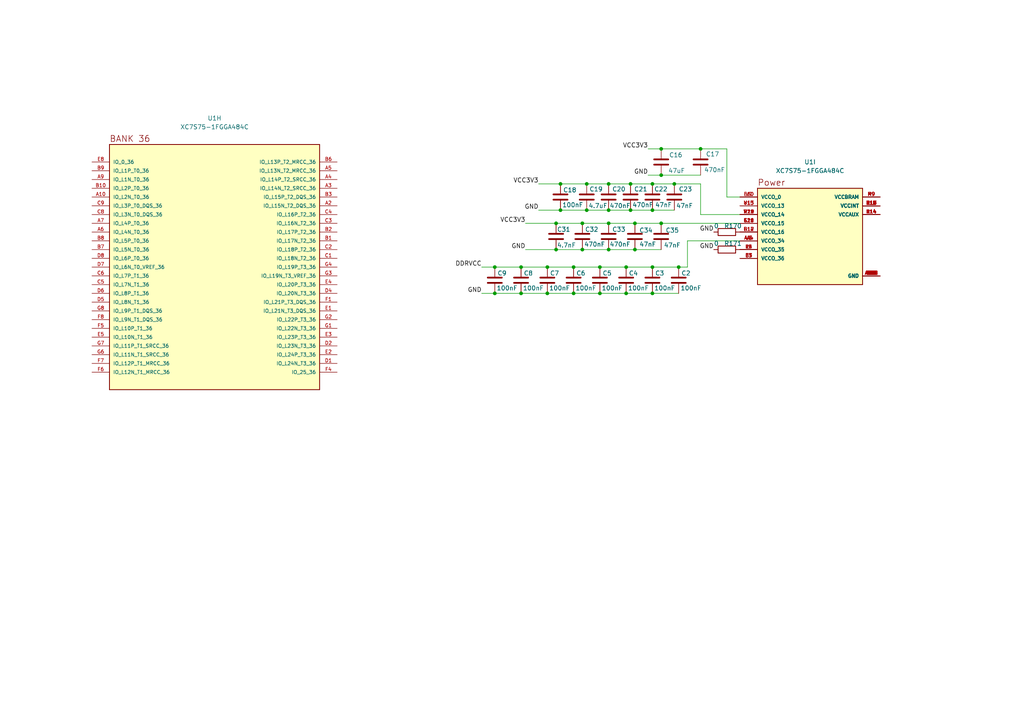
<source format=kicad_sch>
(kicad_sch (version 20231120) (generator "eeschema") (generator_version "8.0")
  (paper "A4")
  (title_block (title "ZYMA_ADC_FPGA") (date "2024-06-28") (rev "V01") (company "SHAKRA INNOVATIONS PVT LIMITED"))
  (junction (at 182.88 60.96))
  (junction (at 151.13 77.47))
  (junction (at 176.53 60.96))
  (junction (at 168.91 64.77))
  (junction (at 162.56 60.96))
  (junction (at 181.61 85.09))
  (junction (at 166.37 85.09))
  (junction (at 184.15 72.39))
  (junction (at 143.51 77.47))
  (junction (at 170.18 60.96))
  (junction (at 173.99 85.09))
  (junction (at 195.58 53.34))
  (junction (at 176.53 72.39))
  (junction (at 184.15 64.77))
  (junction (at 158.75 77.47))
  (junction (at 170.18 53.34))
  (junction (at 181.61 77.47))
  (junction (at 191.77 43.18))
  (junction (at 161.29 64.77))
  (junction (at 173.99 77.47))
  (junction (at 189.23 53.34))
  (junction (at 191.77 50.8))
  (junction (at 162.56 53.34))
  (junction (at 176.53 53.34))
  (junction (at 189.23 77.47))
  (junction (at 182.88 53.34))
  (junction (at 161.29 72.39))
  (junction (at 151.13 85.09))
  (junction (at 158.75 85.09))
  (junction (at 143.51 85.09))
  (junction (at 166.37 77.47))
  (junction (at 176.53 64.77))
  (junction (at 189.23 85.09))
  (junction (at 196.85 77.47))
  (junction (at 191.77 64.77))
  (junction (at 203.2 43.18))
  (junction (at 168.91 72.39))
  (junction (at 189.23 60.96))
  (wire (pts (xy 156.21 53.34) (xy 162.56 53.34)))
  (wire (pts (xy 158.75 85.09) (xy 166.37 85.09)))
  (wire (pts (xy 173.99 77.47) (xy 181.61 77.47)))
  (wire (pts (xy 203.2 53.34) (xy 203.2 62.23)))
  (wire (pts (xy 203.2 43.18) (xy 210.82 43.18)))
  (wire (pts (xy 176.53 53.34) (xy 182.88 53.34)))
  (wire (pts (xy 184.15 72.39) (xy 176.53 72.39)))
  (wire (pts (xy 170.18 53.34) (xy 176.53 53.34)))
  (wire (pts (xy 189.23 53.34) (xy 195.58 53.34)))
  (wire (pts (xy 143.51 85.09) (xy 151.13 85.09)))
  (wire (pts (xy 151.13 77.47) (xy 158.75 77.47)))
  (wire (pts (xy 189.23 85.09) (xy 196.85 85.09)))
  (wire (pts (xy 139.7 85.09) (xy 143.51 85.09)))
  (wire (pts (xy 152.4 64.77) (xy 161.29 64.77)))
  (wire (pts (xy 168.91 72.39) (xy 161.29 72.39)))
  (wire (pts (xy 151.13 85.09) (xy 158.75 85.09)))
  (wire (pts (xy 199.39 69.85) (xy 199.39 77.47)))
  (wire (pts (xy 161.29 72.39) (xy 152.4 72.39)))
  (wire (pts (xy 162.56 60.96) (xy 170.18 60.96)))
  (wire (pts (xy 196.85 77.47) (xy 199.39 77.47)))
  (wire (pts (xy 187.96 50.8) (xy 191.77 50.8)))
  (wire (pts (xy 173.99 85.09) (xy 181.61 85.09)))
  (wire (pts (xy 182.88 60.96) (xy 189.23 60.96)))
  (wire (pts (xy 214.63 57.15) (xy 210.82 57.15)))
  (wire (pts (xy 214.63 69.85) (xy 199.39 69.85)))
  (wire (pts (xy 181.61 85.09) (xy 189.23 85.09)))
  (wire (pts (xy 156.21 60.96) (xy 162.56 60.96)))
  (wire (pts (xy 189.23 60.96) (xy 195.58 60.96)))
  (wire (pts (xy 203.2 62.23) (xy 214.63 62.23)))
  (wire (pts (xy 182.88 53.34) (xy 189.23 53.34)))
  (wire (pts (xy 184.15 64.77) (xy 191.77 64.77)))
  (wire (pts (xy 176.53 60.96) (xy 182.88 60.96)))
  (wire (pts (xy 139.7 77.47) (xy 143.51 77.47)))
  (wire (pts (xy 161.29 64.77) (xy 168.91 64.77)))
  (wire (pts (xy 162.56 53.34) (xy 170.18 53.34)))
  (wire (pts (xy 195.58 53.34) (xy 203.2 53.34)))
  (wire (pts (xy 176.53 64.77) (xy 184.15 64.77)))
  (wire (pts (xy 191.77 50.8) (xy 203.2 50.8)))
  (wire (pts (xy 181.61 77.47) (xy 189.23 77.47)))
  (wire (pts (xy 143.51 77.47) (xy 151.13 77.47)))
  (wire (pts (xy 158.75 77.47) (xy 166.37 77.47)))
  (wire (pts (xy 170.18 60.96) (xy 176.53 60.96)))
  (wire (pts (xy 176.53 72.39) (xy 168.91 72.39)))
  (wire (pts (xy 191.77 64.77) (xy 214.63 64.77)))
  (wire (pts (xy 191.77 43.18) (xy 203.2 43.18)))
  (wire (pts (xy 189.23 77.47) (xy 196.85 77.47)))
  (wire (pts (xy 191.77 72.39) (xy 184.15 72.39)))
  (wire (pts (xy 166.37 85.09) (xy 173.99 85.09)))
  (wire (pts (xy 166.37 77.47) (xy 173.99 77.47)))
  (wire (pts (xy 210.82 43.18) (xy 210.82 57.15)))
  (wire (pts (xy 168.91 64.77) (xy 176.53 64.77)))
  (wire (pts (xy 187.96 43.18) (xy 191.77 43.18)))
  (label "GND" (at 187.96 50.8 180))
  (label "GND" (at 139.7 85.09 180))
  (label "VCC3V3" (at 187.96 43.18 180))
  (label "GND" (at 207.01 67.31 180))
  (label "DDRVCC" (at 139.7 77.47 180))
  (label "VCC3V3" (at 156.21 53.34 180))
  (label "GND" (at 156.21 60.96 180))
  (label "VCC3V3" (at 152.4 64.77 180))
  (label "GND" (at 207.01 72.39 180))
  (label "GND" (at 152.4 72.39 180))
  (symbol (lib_id "Device:C") (at 196.85 81.28 0) (unit 1)
    (property "Reference" "C2" (at 197.612 79.248 0) (effects (justify left)))
    (property "Value" "100nF" (at 197.358 83.566 0) (effects (justify left)))
    (property "Description" "Unpolarized capacitor" (effects (hide yes)))
  )
  (symbol (lib_id "Device:C") (at 161.29 68.58 0) (unit 1)
    (property "Reference" "C31" (at 161.544 66.548 0) (effects (justify left)))
    (property "Value" "4.7nF" (at 161.544 71.12 0) (effects (justify left)))
    (property "Description" "Unpolarized capacitor" (effects (hide yes)))
  )
  (symbol (lib_id "Device:C") (at 184.15 68.58 0) (unit 1)
    (property "Reference" "C34" (at 185.42 66.802 0) (effects (justify left)))
    (property "Value" "47nF" (at 185.42 70.866 0) (effects (justify left)))
    (property "Description" "Unpolarized capacitor" (effects (hide yes)))
  )
  (symbol (lib_id "Device:C") (at 158.75 81.28 0) (unit 1)
    (property "Reference" "C7" (at 159.512 79.248 0) (effects (justify left)))
    (property "Value" "100nF" (at 159.258 83.566 0) (effects (justify left)))
    (property "Description" "Unpolarized capacitor" (effects (hide yes)))
  )
  (symbol (lib_id "xc7s75:XC7S75-1FGGA484C") (at 62.23 77.47 0) (unit 8)
    (property "Reference" "U1" (at 62.23 34.29 0))
    (property "Value" "XC7S75-1FGGA484C" (at 62.23 36.83 0))
    (property "Footprint" "XC7S75-1FGGA484C:BGA484C100P22X22_2300X2300X244N" (effects (hide yes)))
    (property "MF" "Xilinx Inc." (effects (hide yes)))
    (property "Description_1" "\nSpartan®-7 Field Programmable Gate Array (FPGA) IC 338 4331520 76800 484-BGA\n" (effects (hide yes)))
    (property "Package" "FCBGA-484 Xilinx" (effects (hide yes)))
    (property "Price" "None" (effects (hide yes)))
    (property "Check_prices" "https://www.snapeda.com/parts/XC7S75-1FGGA484C/Xilinx+Inc./view-part/?ref=eda" (effects (hide yes)))
    (property "STANDARD" "IPC-7351B" (effects (hide yes)))
    (property "SnapEDA_Link" "https://www.snapeda.com/parts/XC7S75-1FGGA484C/Xilinx+Inc./view-part/?ref=snap" (effects (hide yes)))
    (property "MP" "XC7S75-1FGGA484C" (effects (hide yes)))
    (property "Availability" "In Stock" (effects (hide yes)))
    (property "MANUFACTURER" "Xilinx" (effects (hide yes)))
  )
  (symbol (lib_id "Device:C") (at 162.56 57.15 0) (unit 1)
    (property "Reference" "C18" (at 163.322 55.118 0) (effects (justify left)))
    (property "Value" "100nF" (at 163.068 59.436 0) (effects (justify left)))
    (property "Description" "Unpolarized capacitor" (effects (hide yes)))
  )
  (symbol (lib_id "xc7s75:XC7S75-1FGGA484C") (at 234.95 69.85 0) (unit 9)
    (property "Reference" "U1" (at 234.95 46.99 0))
    (property "Value" "XC7S75-1FGGA484C" (at 234.95 49.53 0))
    (property "Footprint" "XC7S75-1FGGA484C:BGA484C100P22X22_2300X2300X244N" (effects (hide yes)))
    (property "MF" "Xilinx Inc." (effects (hide yes)))
    (property "Description_1" "\nSpartan®-7 Field Programmable Gate Array (FPGA) IC 338 4331520 76800 484-BGA\n" (effects (hide yes)))
    (property "Package" "FCBGA-484 Xilinx" (effects (hide yes)))
    (property "Price" "None" (effects (hide yes)))
    (property "Check_prices" "https://www.snapeda.com/parts/XC7S75-1FGGA484C/Xilinx+Inc./view-part/?ref=eda" (effects (hide yes)))
    (property "STANDARD" "IPC-7351B" (effects (hide yes)))
    (property "SnapEDA_Link" "https://www.snapeda.com/parts/XC7S75-1FGGA484C/Xilinx+Inc./view-part/?ref=snap" (effects (hide yes)))
    (property "MP" "XC7S75-1FGGA484C" (effects (hide yes)))
    (property "Availability" "In Stock" (effects (hide yes)))
    (property "MANUFACTURER" "Xilinx" (effects (hide yes)))
  )
  (symbol (lib_id "Device:C") (at 168.91 68.58 0) (unit 1)
    (property "Reference" "C32" (at 169.672 66.548 0) (effects (justify left)))
    (property "Value" "470nF" (at 169.418 70.866 0) (effects (justify left)))
    (property "Description" "Unpolarized capacitor" (effects (hide yes)))
  )
  (symbol (lib_id "Device:C") (at 191.77 46.99 0) (unit 1)
    (property "Reference" "C16" (at 194.056 44.958 0) (effects (justify left)))
    (property "Value" "47uF" (at 193.802 49.53 0) (effects (justify left)))
    (property "Description" "Unpolarized capacitor" (effects (hide yes)))
  )
  (symbol (lib_id "Device:C") (at 176.53 68.58 0) (unit 1)
    (property "Reference" "C33" (at 177.546 66.548 0) (effects (justify left)))
    (property "Value" "470nF" (at 176.784 70.866 0) (effects (justify left)))
    (property "Description" "Unpolarized capacitor" (effects (hide yes)))
  )
  (symbol (lib_id "Device:C") (at 189.23 81.28 0) (unit 1)
    (property "Reference" "C3" (at 189.992 79.248 0) (effects (justify left)))
    (property "Value" "100nF" (at 189.738 83.566 0) (effects (justify left)))
    (property "Description" "Unpolarized capacitor" (effects (hide yes)))
  )
  (symbol (lib_id "Device:C") (at 195.58 57.15 0) (unit 1)
    (property "Reference" "C23" (at 196.85 54.864 0) (effects (justify left)))
    (property "Value" "47nF" (at 196.088 59.69 0) (effects (justify left)))
    (property "Description" "Unpolarized capacitor" (effects (hide yes)))
  )
  (symbol (lib_id "Device:C") (at 176.53 57.15 0) (unit 1)
    (property "Reference" "C20" (at 177.546 54.864 0) (effects (justify left)))
    (property "Value" "470nF" (at 176.784 59.69 0) (effects (justify left)))
    (property "Description" "Unpolarized capacitor" (effects (hide yes)))
  )
  (symbol (lib_id "Device:C") (at 170.18 57.15 0) (unit 1)
    (property "Reference" "C19" (at 170.942 54.864 0) (effects (justify left)))
    (property "Value" "4.7uF" (at 170.688 59.69 0) (effects (justify left)))
    (property "Description" "Unpolarized capacitor" (effects (hide yes)))
  )
  (symbol (lib_id "Device:R") (at 210.82 72.39 90) (unit 1)
    (property "Reference" "R171" (at 212.598 70.612 90))
    (property "Value" "0" (at 207.772 70.612 90))
    (property "Description" "Resistor" (effects (hide yes)))
  )
  (symbol (lib_id "Device:C") (at 166.37 81.28 0) (unit 1)
    (property "Reference" "C6" (at 167.132 79.248 0) (effects (justify left)))
    (property "Value" "100nF" (at 166.878 83.566 0) (effects (justify left)))
    (property "Description" "Unpolarized capacitor" (effects (hide yes)))
  )
  (symbol (lib_id "Device:C") (at 182.88 57.15 0) (unit 1)
    (property "Reference" "C21" (at 183.896 54.864 0) (effects (justify left)))
    (property "Value" "470nF" (at 183.388 59.436 0) (effects (justify left)))
    (property "Description" "Unpolarized capacitor" (effects (hide yes)))
  )
  (symbol (lib_id "Device:R") (at 210.82 67.31 90) (unit 1)
    (property "Reference" "R170" (at 212.598 65.532 90))
    (property "Value" "0" (at 207.772 65.532 90))
    (property "Description" "Resistor" (effects (hide yes)))
  )
  (symbol (lib_id "Device:C") (at 203.2 46.99 0) (unit 1)
    (property "Reference" "C17" (at 204.724 44.704 0) (effects (justify left)))
    (property "Value" "470nF" (at 204.216 49.276 0) (effects (justify left)))
    (property "Description" "Unpolarized capacitor" (effects (hide yes)))
  )
  (symbol (lib_id "Device:C") (at 191.77 68.58 0) (unit 1)
    (property "Reference" "C35" (at 193.04 66.802 0) (effects (justify left)))
    (property "Value" "47nF" (at 192.532 71.12 0) (effects (justify left)))
    (property "Description" "Unpolarized capacitor" (effects (hide yes)))
  )
  (symbol (lib_id "Device:C") (at 143.51 81.28 0) (unit 1)
    (property "Reference" "C9" (at 144.272 79.248 0) (effects (justify left)))
    (property "Value" "100nF" (at 144.018 83.566 0) (effects (justify left)))
    (property "Description" "Unpolarized capacitor" (effects (hide yes)))
  )
  (symbol (lib_id "Device:C") (at 181.61 81.28 0) (unit 1)
    (property "Reference" "C4" (at 182.372 79.248 0) (effects (justify left)))
    (property "Value" "100nF" (at 182.118 83.566 0) (effects (justify left)))
    (property "Description" "Unpolarized capacitor" (effects (hide yes)))
  )
  (symbol (lib_id "Device:C") (at 173.99 81.28 0) (unit 1)
    (property "Reference" "C5" (at 174.752 79.248 0) (effects (justify left)))
    (property "Value" "100nF" (at 174.498 83.566 0) (effects (justify left)))
    (property "Description" "Unpolarized capacitor" (effects (hide yes)))
  )
  (symbol (lib_id "Device:C") (at 151.13 81.28 0) (unit 1)
    (property "Reference" "C8" (at 151.892 79.248 0) (effects (justify left)))
    (property "Value" "100nF" (at 151.638 83.566 0) (effects (justify left)))
    (property "Description" "Unpolarized capacitor" (effects (hide yes)))
  )
  (symbol (lib_id "Device:C") (at 189.23 57.15 0) (unit 1)
    (property "Reference" "C22" (at 189.738 54.864 0) (effects (justify left)))
    (property "Value" "47nF" (at 189.992 59.436 0) (effects (justify left)))
    (property "Description" "Unpolarized capacitor" (effects (hide yes)))
  )
)
</source>
